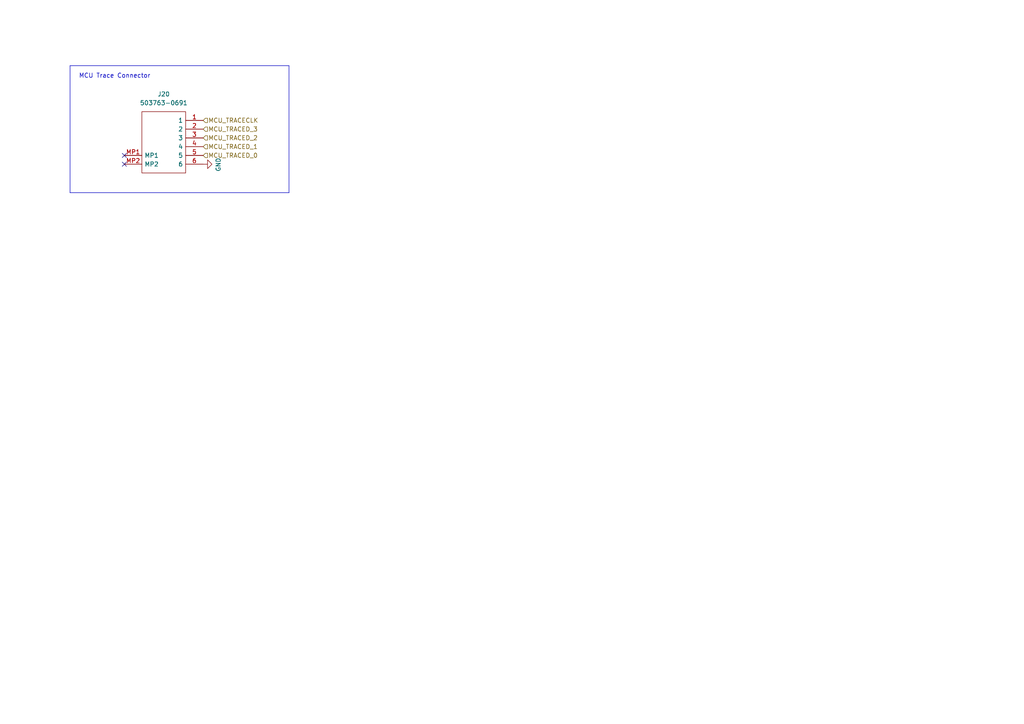
<source format=kicad_sch>
(kicad_sch (version 20230121) (generator eeschema)
  (paper "A4")
  (lib_symbols
    (symbol "Connectors:503763-0691" (pin_names (offset 0.762))
      (property "Reference" "J" (at 19.05 7.62 0))
      (property "Value" "503763-0691" (at 19.05 5.08 0))
      (symbol "503763-0691_0_0"
        (pin passive line (at 0 -12.7 0) (length 5.08) (name "1") (number "1"))
        (pin passive line (at 0 -10.16 0) (length 5.08) (name "2") (number "2"))
        (pin passive line (at 0 -7.62 0) (length 5.08) (name "3") (number "3"))
        (pin passive line (at 0 -5.08 0) (length 5.08) (name "4") (number "4"))
        (pin passive line (at 0 -2.54 0) (length 5.08) (name "5") (number "5"))
        (pin passive line (at 0 0 0) (length 5.08) (name "6") (number "6"))
        (pin passive line (at 22.86 -2.54 180) (length 5.08) (name "MP1") (number "MP1"))
        (pin passive line (at 22.86 0 180) (length 5.08) (name "MP2") (number "MP2"))
      )
      (symbol "503763-0691_0_1"
        (polyline (pts (xy 5.08 2.54) (xy 17.78 2.54) (xy 17.78 -15.24) (xy 5.08 -15.24) (xy 5.08 2.54)) (stroke (width 0.1524)))
      )
    )
    (symbol "power:GND" (power) (pin_names (offset 0))
      (property "Value" "GND" (at 0 -3.81 0))
      (symbol "GND_0_1"
        (polyline (pts (xy 0 0) (xy 0 -1.27) (xy 1.27 -1.27) (xy 0 -2.54) (xy -1.27 -1.27) (xy 0 -1.27)))
      )
      (symbol "GND_1_1"
        (pin power_in line (at 0 0 270) (length 0) hide (name "GND") (number "1"))
      )
    )
  )
  (no_connect (at 36.068 47.625))
  (no_connect (at 36.068 45.085))
  (polyline (pts (xy 83.82 55.88) (xy 20.32 55.88)))
  (polyline (pts (xy 20.32 19.05) (xy 20.32 55.88)))
  (polyline (pts (xy 83.82 19.05) (xy 83.82 55.88)))
  (polyline (pts (xy 20.32 19.05) (xy 83.82 19.05)))
  (text "MCU Trace Connector" (at 22.86 22.86 0) (effects (font (size 1.27 1.27)) (justify left bottom)))
  (hierarchical_label "MCU_TRACED_3" (shape input) (at 58.928 37.465 0))
  (hierarchical_label "MCU_TRACED_1" (shape input) (at 58.928 42.545 0))
  (hierarchical_label "MCU_TRACECLK" (shape input) (at 58.928 34.925 0))
  (hierarchical_label "MCU_TRACED_2" (shape input) (at 58.928 40.005 0))
  (hierarchical_label "MCU_TRACED_0" (shape input) (at 58.928 45.085 0))
  (symbol (lib_id "power:GND") (at 58.928 47.625 90) (mirror x) (unit 1)
    (property "Reference" "#PWR04" (effects hide))
    (property "Value" "GND" (at 63.3222 47.752 0))
  )
  (symbol (lib_id "Connectors:503763-0691") (at 58.928 47.625 180) (unit 1)
    (property "Reference" "J20" (at 47.498 27.305 0))
    (property "Value" "503763-0691" (at 47.498 29.845 0))
    (property "Footprint" "Connectors:5037630691" (effects hide))
    (property "Datasheet" "https://componentsearchengine.com/Datasheets/1/503763-0691.pdf" (effects hide))
    (property "Description" "MOLEX - 503763-0691. - PICO-LOCK 1.0 W/B HEADER ASSY ETP 6P 98AC8174" (effects hide))
    (property "Height" "1.5" (effects hide))
    (property "Mouser Part Number" "538-503763-0691" (effects hide))
    (property "Mouser Price/Stock" "https://www.mouser.co.uk/ProductDetail/Molex/503763-0691?qs=d9U39LAeJF2PVpSXMliCdg%3D%3D" (effects hide))
    (property "Manufacturer_Name" "Molex" (effects hide))
    (property "Manufacturer_Part_Number" "503763-0691" (effects hide))
  )
)
</source>
